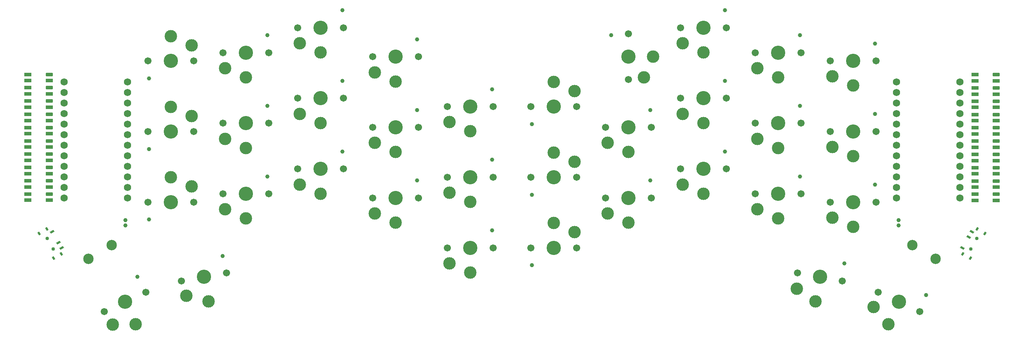
<source format=gts>
G04 #@! TF.GenerationSoftware,KiCad,Pcbnew,7.0.6*
G04 #@! TF.CreationDate,2023-08-29T20:54:38+02:00*
G04 #@! TF.ProjectId,KoalaKeeb,4b6f616c-614b-4656-9562-2e6b69636164,rev?*
G04 #@! TF.SameCoordinates,Original*
G04 #@! TF.FileFunction,Soldermask,Top*
G04 #@! TF.FilePolarity,Negative*
%FSLAX46Y46*%
G04 Gerber Fmt 4.6, Leading zero omitted, Abs format (unit mm)*
G04 Created by KiCad (PCBNEW 7.0.6) date 2023-08-29 20:54:38*
%MOMM*%
%LPD*%
G01*
G04 APERTURE LIST*
G04 Aperture macros list*
%AMRoundRect*
0 Rectangle with rounded corners*
0 $1 Rounding radius*
0 $2 $3 $4 $5 $6 $7 $8 $9 X,Y pos of 4 corners*
0 Add a 4 corners polygon primitive as box body*
4,1,4,$2,$3,$4,$5,$6,$7,$8,$9,$2,$3,0*
0 Add four circle primitives for the rounded corners*
1,1,$1+$1,$2,$3*
1,1,$1+$1,$4,$5*
1,1,$1+$1,$6,$7*
1,1,$1+$1,$8,$9*
0 Add four rect primitives between the rounded corners*
20,1,$1+$1,$2,$3,$4,$5,0*
20,1,$1+$1,$4,$5,$6,$7,0*
20,1,$1+$1,$6,$7,$8,$9,0*
20,1,$1+$1,$8,$9,$2,$3,0*%
%AMRotRect*
0 Rectangle, with rotation*
0 The origin of the aperture is its center*
0 $1 length*
0 $2 width*
0 $3 Rotation angle, in degrees counterclockwise*
0 Add horizontal line*
21,1,$1,$2,0,0,$3*%
G04 Aperture macros list end*
%ADD10R,1.700000X0.820000*%
%ADD11RoundRect,0.205000X-0.645000X-0.205000X0.645000X-0.205000X0.645000X0.205000X-0.645000X0.205000X0*%
%ADD12C,1.701800*%
%ADD13C,3.000000*%
%ADD14C,3.429000*%
%ADD15C,0.990600*%
%ADD16C,1.000000*%
%ADD17C,2.500000*%
%ADD18C,0.850000*%
%ADD19RotRect,0.500000X1.000000X300.000000*%
%ADD20RotRect,0.500000X0.800000X30.000000*%
%ADD21RotRect,0.500000X1.000000X60.000000*%
%ADD22RotRect,0.500000X0.800000X150.000000*%
%ADD23C,1.752600*%
G04 APERTURE END LIST*
D10*
X43650000Y-70050000D03*
X43650000Y-71550000D03*
X48750000Y-71550000D03*
D11*
X48750000Y-70050000D03*
D10*
X271300000Y-47700000D03*
X271300000Y-49200000D03*
X276400000Y-49200000D03*
D11*
X276400000Y-47700000D03*
D12*
X236500000Y-55000000D03*
D13*
X237000000Y-58750000D03*
D14*
X242000000Y-55000000D03*
D13*
X242000000Y-60950000D03*
D15*
X247220000Y-50800000D03*
D12*
X247500000Y-55000000D03*
D16*
X67096000Y-76375000D03*
X67096000Y-77625000D03*
D12*
X144500000Y-66000000D03*
D13*
X145000000Y-69750000D03*
D14*
X150000000Y-66000000D03*
D13*
X150000000Y-71950000D03*
D15*
X155220000Y-61800000D03*
D12*
X155500000Y-66000000D03*
D10*
X43650000Y-57250000D03*
X43650000Y-58750000D03*
X48750000Y-58750000D03*
D11*
X48750000Y-57250000D03*
D12*
X228583557Y-89044935D03*
D13*
X228424781Y-92824788D03*
D14*
X234000000Y-90000000D03*
D13*
X232966793Y-95859606D03*
D15*
X239870019Y-86770251D03*
D12*
X239416443Y-90955065D03*
D10*
X43650000Y-54050000D03*
X43650000Y-55550000D03*
X48750000Y-55550000D03*
D11*
X48750000Y-54050000D03*
D10*
X271300000Y-66900000D03*
X271300000Y-68400000D03*
X276400000Y-68400000D03*
D11*
X276400000Y-66900000D03*
D10*
X271300000Y-41300000D03*
X271300000Y-42800000D03*
X276400000Y-42800000D03*
D11*
X276400000Y-41300000D03*
D12*
X126500000Y-37000000D03*
D13*
X127000000Y-40750000D03*
D14*
X132000000Y-37000000D03*
D13*
X132000000Y-42950000D03*
D15*
X137220000Y-32800000D03*
D12*
X137500000Y-37000000D03*
D17*
X261814583Y-85625000D03*
X256185417Y-82375000D03*
D12*
X90500000Y-53000000D03*
D13*
X91000000Y-56750000D03*
D14*
X96000000Y-53000000D03*
D13*
X96000000Y-58950000D03*
D15*
X101220000Y-48800000D03*
D12*
X101500000Y-53000000D03*
D10*
X271300000Y-54100000D03*
X271300000Y-55600000D03*
X276400000Y-55600000D03*
D11*
X276400000Y-54100000D03*
D12*
X83500000Y-55000000D03*
D13*
X83000000Y-51250000D03*
D14*
X78000000Y-55000000D03*
D13*
X78000000Y-49050000D03*
D15*
X72780000Y-59200000D03*
D12*
X72500000Y-55000000D03*
D10*
X43650000Y-44450000D03*
X43650000Y-45950000D03*
X48750000Y-45950000D03*
D11*
X48750000Y-44450000D03*
D12*
X218500000Y-36000000D03*
D13*
X219000000Y-39750000D03*
D14*
X224000000Y-36000000D03*
D13*
X224000000Y-41950000D03*
D15*
X229220000Y-31800000D03*
D12*
X229500000Y-36000000D03*
X236500000Y-72000000D03*
D13*
X237000000Y-75750000D03*
D14*
X242000000Y-72000000D03*
D13*
X242000000Y-77950000D03*
D15*
X247220000Y-67800000D03*
D12*
X247500000Y-72000000D03*
D10*
X43650000Y-41250000D03*
X43650000Y-42750000D03*
X48750000Y-42750000D03*
D11*
X48750000Y-41250000D03*
D12*
X90500000Y-70000000D03*
D13*
X91000000Y-73750000D03*
D14*
X96000000Y-70000000D03*
D13*
X96000000Y-75950000D03*
D15*
X101220000Y-65800000D03*
D12*
X101500000Y-70000000D03*
X80583557Y-90955065D03*
D13*
X81727142Y-94561270D03*
D14*
X86000000Y-90000000D03*
D13*
X87033207Y-95859606D03*
D15*
X90411374Y-84957364D03*
D12*
X91416443Y-89044935D03*
X90500000Y-36000000D03*
D13*
X91000000Y-39750000D03*
D14*
X96000000Y-36000000D03*
D13*
X96000000Y-41950000D03*
D15*
X101220000Y-31800000D03*
D12*
X101500000Y-36000000D03*
X62015307Y-98324400D03*
D13*
X64053280Y-101511746D03*
D14*
X67000000Y-96000000D03*
D13*
X69514579Y-101392531D03*
D15*
X69955930Y-89987440D03*
D12*
X71984693Y-93675600D03*
D10*
X271300000Y-60500000D03*
X271300000Y-62000000D03*
X276400000Y-62000000D03*
D11*
X276400000Y-60500000D03*
D10*
X43650000Y-66850000D03*
X43650000Y-68350000D03*
X48750000Y-68350000D03*
D11*
X48750000Y-66850000D03*
D18*
X48250000Y-80700962D03*
X49750000Y-83299038D03*
D19*
X49477147Y-79126443D03*
X50977147Y-81724519D03*
X51727147Y-83023557D03*
D20*
X51634327Y-84462788D03*
X49815673Y-85512788D03*
X46365673Y-79537212D03*
X48184327Y-78487212D03*
D12*
X126500000Y-54000000D03*
D13*
X127000000Y-57750000D03*
D14*
X132000000Y-54000000D03*
D13*
X132000000Y-59950000D03*
D15*
X137220000Y-49800000D03*
D12*
X137500000Y-54000000D03*
X175500000Y-49000000D03*
D13*
X175000000Y-45250000D03*
D14*
X170000000Y-49000000D03*
D13*
X170000000Y-43050000D03*
D15*
X164780000Y-53200000D03*
D12*
X164500000Y-49000000D03*
X182500000Y-71000000D03*
D13*
X183000000Y-74750000D03*
D14*
X188000000Y-71000000D03*
D13*
X188000000Y-76950000D03*
D15*
X193220000Y-66800000D03*
D12*
X193500000Y-71000000D03*
X108500000Y-64000000D03*
D13*
X109000000Y-67750000D03*
D14*
X114000000Y-64000000D03*
D13*
X114000000Y-69950000D03*
D15*
X119220000Y-59800000D03*
D12*
X119500000Y-64000000D03*
D10*
X43650000Y-63650000D03*
X43650000Y-65150000D03*
X48750000Y-65150000D03*
D11*
X48750000Y-63650000D03*
D12*
X200500000Y-47000000D03*
D13*
X201000000Y-50750000D03*
D14*
X206000000Y-47000000D03*
D13*
X206000000Y-52950000D03*
D15*
X211220000Y-42800000D03*
D12*
X211500000Y-47000000D03*
D18*
X270250000Y-83299038D03*
X271750000Y-80700962D03*
D21*
X268272853Y-83023557D03*
X269772853Y-80425481D03*
X270522853Y-79126443D03*
D22*
X271815673Y-78487212D03*
X273634327Y-79537212D03*
X270184327Y-85512788D03*
X268365673Y-84462788D03*
D10*
X43650000Y-47650000D03*
X43650000Y-49150000D03*
X48750000Y-49150000D03*
D11*
X48750000Y-47650000D03*
D12*
X248015307Y-93675600D03*
D13*
X246883643Y-97285563D03*
D14*
X253000000Y-96000000D03*
D13*
X250485421Y-101392531D03*
D15*
X259505923Y-94399575D03*
D12*
X257984693Y-98324400D03*
D16*
X252904000Y-77625000D03*
X252904000Y-76375000D03*
D12*
X126500000Y-71000000D03*
D13*
X127000000Y-74750000D03*
D14*
X132000000Y-71000000D03*
D13*
X132000000Y-76950000D03*
D15*
X137220000Y-66800000D03*
D12*
X137500000Y-71000000D03*
X175500000Y-66000000D03*
D13*
X175000000Y-62250000D03*
D14*
X170000000Y-66000000D03*
D13*
X170000000Y-60050000D03*
D15*
X164780000Y-70200000D03*
D12*
X164500000Y-66000000D03*
D23*
X252380000Y-43030000D03*
X252380000Y-45570000D03*
X252380000Y-48110000D03*
X252380000Y-50650000D03*
X252380000Y-53190000D03*
X252380000Y-55730000D03*
X252380000Y-58270000D03*
X252380000Y-60810000D03*
X252380000Y-63350000D03*
X252380000Y-65890000D03*
X252380000Y-68430000D03*
X252380000Y-70970000D03*
X267620000Y-70970000D03*
X267620000Y-68430000D03*
X267620000Y-65890000D03*
X267620000Y-63350000D03*
X267620000Y-60810000D03*
X267620000Y-58270000D03*
X267620000Y-55730000D03*
X267620000Y-53190000D03*
X267620000Y-50650000D03*
X267620000Y-48110000D03*
X267620000Y-45570000D03*
X267620000Y-43030000D03*
D12*
X200500000Y-64000000D03*
D13*
X201000000Y-67750000D03*
D14*
X206000000Y-64000000D03*
D13*
X206000000Y-69950000D03*
D15*
X211220000Y-59800000D03*
D12*
X211500000Y-64000000D03*
X200500000Y-30000000D03*
D13*
X201000000Y-33750000D03*
D14*
X206000000Y-30000000D03*
D13*
X206000000Y-35950000D03*
D15*
X211220000Y-25800000D03*
D12*
X211500000Y-30000000D03*
D10*
X271300000Y-57300000D03*
X271300000Y-58800000D03*
X276400000Y-58800000D03*
D11*
X276400000Y-57300000D03*
D12*
X236500000Y-38000000D03*
D13*
X237000000Y-41750000D03*
D14*
X242000000Y-38000000D03*
D13*
X242000000Y-43950000D03*
D15*
X247220000Y-33800000D03*
D12*
X247500000Y-38000000D03*
X83500000Y-72000000D03*
D13*
X83000000Y-68250000D03*
D14*
X78000000Y-72000000D03*
D13*
X78000000Y-66050000D03*
D15*
X72780000Y-76200000D03*
D12*
X72500000Y-72000000D03*
X218500000Y-70000000D03*
D13*
X219000000Y-73750000D03*
D14*
X224000000Y-70000000D03*
D13*
X224000000Y-75950000D03*
D15*
X229220000Y-65800000D03*
D12*
X229500000Y-70000000D03*
X144500000Y-83000000D03*
D13*
X145000000Y-86750000D03*
D14*
X150000000Y-83000000D03*
D13*
X150000000Y-88950000D03*
D15*
X155220000Y-78800000D03*
D12*
X155500000Y-83000000D03*
D10*
X43650000Y-50850000D03*
X43650000Y-52350000D03*
X48750000Y-52350000D03*
D11*
X48750000Y-50850000D03*
D12*
X188000000Y-42500000D03*
D13*
X191750000Y-42000000D03*
D14*
X188000000Y-37000000D03*
D13*
X193950000Y-37000000D03*
D15*
X183800000Y-31780000D03*
D12*
X188000000Y-31500000D03*
X83500000Y-38000000D03*
D13*
X83000000Y-34250000D03*
D14*
X78000000Y-38000000D03*
D13*
X78000000Y-32050000D03*
D15*
X72780000Y-42200000D03*
D12*
X72500000Y-38000000D03*
D17*
X63814583Y-82375000D03*
X58185417Y-85625000D03*
D23*
X52380000Y-43030000D03*
X52380000Y-45570000D03*
X52380000Y-48110000D03*
X52380000Y-50650000D03*
X52380000Y-53190000D03*
X52380000Y-55730000D03*
X52380000Y-58270000D03*
X52380000Y-60810000D03*
X52380000Y-63350000D03*
X52380000Y-65890000D03*
X52380000Y-68430000D03*
X52380000Y-70970000D03*
X67620000Y-70970000D03*
X67620000Y-68430000D03*
X67620000Y-65890000D03*
X67620000Y-63350000D03*
X67620000Y-60810000D03*
X67620000Y-58270000D03*
X67620000Y-55730000D03*
X67620000Y-53190000D03*
X67620000Y-50650000D03*
X67620000Y-48110000D03*
X67620000Y-45570000D03*
X67620000Y-43030000D03*
D12*
X108500000Y-30000000D03*
D13*
X109000000Y-33750000D03*
D14*
X114000000Y-30000000D03*
D13*
X114000000Y-35950000D03*
D15*
X119220000Y-25800000D03*
D12*
X119500000Y-30000000D03*
X108500000Y-47000000D03*
D13*
X109000000Y-50750000D03*
D14*
X114000000Y-47000000D03*
D13*
X114000000Y-52950000D03*
D15*
X119220000Y-42800000D03*
D12*
X119500000Y-47000000D03*
X144500000Y-49000000D03*
D13*
X145000000Y-52750000D03*
D14*
X150000000Y-49000000D03*
D13*
X150000000Y-54950000D03*
D15*
X155220000Y-44800000D03*
D12*
X155500000Y-49000000D03*
X182500000Y-54000000D03*
D13*
X183000000Y-57750000D03*
D14*
X188000000Y-54000000D03*
D13*
X188000000Y-59950000D03*
D15*
X193220000Y-49800000D03*
D12*
X193500000Y-54000000D03*
D10*
X43650000Y-60450000D03*
X43650000Y-61950000D03*
X48750000Y-61950000D03*
D11*
X48750000Y-60450000D03*
D10*
X271300000Y-44500000D03*
X271300000Y-46000000D03*
X276400000Y-46000000D03*
D11*
X276400000Y-44500000D03*
D12*
X218500000Y-53000000D03*
D13*
X219000000Y-56750000D03*
D14*
X224000000Y-53000000D03*
D13*
X224000000Y-58950000D03*
D15*
X229220000Y-48800000D03*
D12*
X229500000Y-53000000D03*
D10*
X271300000Y-50900000D03*
X271300000Y-52400000D03*
X276400000Y-52400000D03*
D11*
X276400000Y-50900000D03*
D10*
X271300000Y-63700000D03*
X271300000Y-65200000D03*
X276400000Y-65200000D03*
D11*
X276400000Y-63700000D03*
D10*
X271300000Y-70100000D03*
X271300000Y-71600000D03*
X276400000Y-71600000D03*
D11*
X276400000Y-70100000D03*
D12*
X175500000Y-83000000D03*
D13*
X175000000Y-79250000D03*
D14*
X170000000Y-83000000D03*
D13*
X170000000Y-77050000D03*
D15*
X164780000Y-87200000D03*
D12*
X164500000Y-83000000D03*
M02*

</source>
